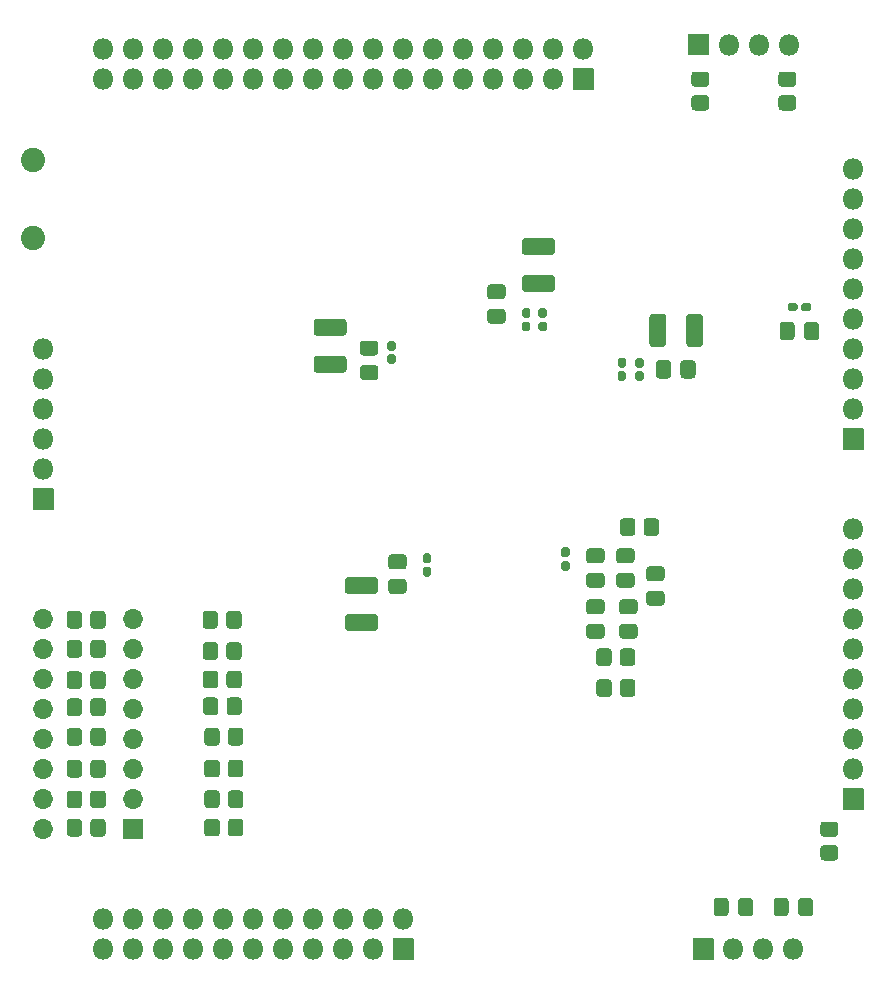
<source format=gbs>
G04 #@! TF.GenerationSoftware,KiCad,Pcbnew,5.1.10-88a1d61d58~88~ubuntu20.04.1*
G04 #@! TF.CreationDate,2021-04-28T19:55:47-05:00*
G04 #@! TF.ProjectId,obi1,6f626931-2e6b-4696-9361-645f70636258,rev?*
G04 #@! TF.SameCoordinates,Original*
G04 #@! TF.FileFunction,Soldermask,Bot*
G04 #@! TF.FilePolarity,Negative*
%FSLAX46Y46*%
G04 Gerber Fmt 4.6, Leading zero omitted, Abs format (unit mm)*
G04 Created by KiCad (PCBNEW 5.1.10-88a1d61d58~88~ubuntu20.04.1) date 2021-04-28 19:55:47*
%MOMM*%
%LPD*%
G01*
G04 APERTURE LIST*
%ADD10C,2.052000*%
%ADD11O,1.802000X1.802000*%
%ADD12O,1.702000X1.702000*%
G04 APERTURE END LIST*
D10*
X121083000Y-72900000D03*
X121083000Y-79500000D03*
G36*
G01*
X149975758Y-112766000D02*
X147712242Y-112766000D01*
G75*
G02*
X147443000Y-112496758I0J269242D01*
G01*
X147443000Y-111608242D01*
G75*
G02*
X147712242Y-111339000I269242J0D01*
G01*
X149975758Y-111339000D01*
G75*
G02*
X150245000Y-111608242I0J-269242D01*
G01*
X150245000Y-112496758D01*
G75*
G02*
X149975758Y-112766000I-269242J0D01*
G01*
G37*
G36*
G01*
X149975758Y-109641000D02*
X147712242Y-109641000D01*
G75*
G02*
X147443000Y-109371758I0J269242D01*
G01*
X147443000Y-108483242D01*
G75*
G02*
X147712242Y-108214000I269242J0D01*
G01*
X149975758Y-108214000D01*
G75*
G02*
X150245000Y-108483242I0J-269242D01*
G01*
X150245000Y-109371758D01*
G75*
G02*
X149975758Y-109641000I-269242J0D01*
G01*
G37*
G36*
G01*
X136851000Y-126540248D02*
X136851000Y-127499752D01*
G75*
G02*
X136579752Y-127771000I-271248J0D01*
G01*
X135820248Y-127771000D01*
G75*
G02*
X135549000Y-127499752I0J271248D01*
G01*
X135549000Y-126540248D01*
G75*
G02*
X135820248Y-126269000I271248J0D01*
G01*
X136579752Y-126269000D01*
G75*
G02*
X136851000Y-126540248I0J-271248D01*
G01*
G37*
G36*
G01*
X138851000Y-126540248D02*
X138851000Y-127499752D01*
G75*
G02*
X138579752Y-127771000I-271248J0D01*
G01*
X137820248Y-127771000D01*
G75*
G02*
X137549000Y-127499752I0J271248D01*
G01*
X137549000Y-126540248D01*
G75*
G02*
X137820248Y-126269000I271248J0D01*
G01*
X138579752Y-126269000D01*
G75*
G02*
X138851000Y-126540248I0J-271248D01*
G01*
G37*
G36*
G01*
X152404298Y-109633500D02*
X151395702Y-109633500D01*
G75*
G02*
X151124000Y-109361798I0J271702D01*
G01*
X151124000Y-108628202D01*
G75*
G02*
X151395702Y-108356500I271702J0D01*
G01*
X152404298Y-108356500D01*
G75*
G02*
X152676000Y-108628202I0J-271702D01*
G01*
X152676000Y-109361798D01*
G75*
G02*
X152404298Y-109633500I-271702J0D01*
G01*
G37*
G36*
G01*
X152404298Y-107558500D02*
X151395702Y-107558500D01*
G75*
G02*
X151124000Y-107286798I0J271702D01*
G01*
X151124000Y-106553202D01*
G75*
G02*
X151395702Y-106281500I271702J0D01*
G01*
X152404298Y-106281500D01*
G75*
G02*
X152676000Y-106553202I0J-271702D01*
G01*
X152676000Y-107286798D01*
G75*
G02*
X152404298Y-107558500I-271702J0D01*
G01*
G37*
D11*
X127000000Y-137160000D03*
X127000000Y-139700000D03*
X129540000Y-137160000D03*
X129540000Y-139700000D03*
X132080000Y-137160000D03*
X132080000Y-139700000D03*
X134620000Y-137160000D03*
X134620000Y-139700000D03*
X137160000Y-137160000D03*
X137160000Y-139700000D03*
X139700000Y-137160000D03*
X139700000Y-139700000D03*
X142240000Y-137160000D03*
X142240000Y-139700000D03*
X144780000Y-137160000D03*
X144780000Y-139700000D03*
X147320000Y-137160000D03*
X147320000Y-139700000D03*
X149860000Y-137160000D03*
X149860000Y-139700000D03*
X152400000Y-137160000D03*
G36*
G01*
X151550000Y-138799000D02*
X153250000Y-138799000D01*
G75*
G02*
X153301000Y-138850000I0J-51000D01*
G01*
X153301000Y-140550000D01*
G75*
G02*
X153250000Y-140601000I-51000J0D01*
G01*
X151550000Y-140601000D01*
G75*
G02*
X151499000Y-140550000I0J51000D01*
G01*
X151499000Y-138850000D01*
G75*
G02*
X151550000Y-138799000I51000J0D01*
G01*
G37*
G36*
G01*
X122821000Y-100750000D02*
X122821000Y-102450000D01*
G75*
G02*
X122770000Y-102501000I-51000J0D01*
G01*
X121070000Y-102501000D01*
G75*
G02*
X121019000Y-102450000I0J51000D01*
G01*
X121019000Y-100750000D01*
G75*
G02*
X121070000Y-100699000I51000J0D01*
G01*
X122770000Y-100699000D01*
G75*
G02*
X122821000Y-100750000I0J-51000D01*
G01*
G37*
X121920000Y-99060000D03*
X121920000Y-96520000D03*
X121920000Y-93980000D03*
X121920000Y-91440000D03*
X121920000Y-88900000D03*
G36*
G01*
X178650000Y-140601000D02*
X176950000Y-140601000D01*
G75*
G02*
X176899000Y-140550000I0J51000D01*
G01*
X176899000Y-138850000D01*
G75*
G02*
X176950000Y-138799000I51000J0D01*
G01*
X178650000Y-138799000D01*
G75*
G02*
X178701000Y-138850000I0J-51000D01*
G01*
X178701000Y-140550000D01*
G75*
G02*
X178650000Y-140601000I-51000J0D01*
G01*
G37*
X180340000Y-139700000D03*
X182880000Y-139700000D03*
X185420000Y-139700000D03*
X185039000Y-63119000D03*
X182499000Y-63119000D03*
X179959000Y-63119000D03*
G36*
G01*
X178269000Y-64020000D02*
X176569000Y-64020000D01*
G75*
G02*
X176518000Y-63969000I0J51000D01*
G01*
X176518000Y-62269000D01*
G75*
G02*
X176569000Y-62218000I51000J0D01*
G01*
X178269000Y-62218000D01*
G75*
G02*
X178320000Y-62269000I0J-51000D01*
G01*
X178320000Y-63969000D01*
G75*
G02*
X178269000Y-64020000I-51000J0D01*
G01*
G37*
X190500000Y-73660000D03*
X190500000Y-76200000D03*
X190500000Y-78740000D03*
X190500000Y-81280000D03*
X190500000Y-83820000D03*
X190500000Y-86360000D03*
X190500000Y-88900000D03*
X190500000Y-91440000D03*
X190500000Y-93980000D03*
G36*
G01*
X191401000Y-95670000D02*
X191401000Y-97370000D01*
G75*
G02*
X191350000Y-97421000I-51000J0D01*
G01*
X189650000Y-97421000D01*
G75*
G02*
X189599000Y-97370000I0J51000D01*
G01*
X189599000Y-95670000D01*
G75*
G02*
X189650000Y-95619000I51000J0D01*
G01*
X191350000Y-95619000D01*
G75*
G02*
X191401000Y-95670000I0J-51000D01*
G01*
G37*
G36*
G01*
X191401000Y-126150000D02*
X191401000Y-127850000D01*
G75*
G02*
X191350000Y-127901000I-51000J0D01*
G01*
X189650000Y-127901000D01*
G75*
G02*
X189599000Y-127850000I0J51000D01*
G01*
X189599000Y-126150000D01*
G75*
G02*
X189650000Y-126099000I51000J0D01*
G01*
X191350000Y-126099000D01*
G75*
G02*
X191401000Y-126150000I0J-51000D01*
G01*
G37*
X190500000Y-124460000D03*
X190500000Y-121920000D03*
X190500000Y-119380000D03*
X190500000Y-116840000D03*
X190500000Y-114300000D03*
X190500000Y-111760000D03*
X190500000Y-109220000D03*
X190500000Y-106680000D03*
X190500000Y-104140000D03*
X127000000Y-63500000D03*
X127000000Y-66040000D03*
X129540000Y-63500000D03*
X129540000Y-66040000D03*
X132080000Y-63500000D03*
X132080000Y-66040000D03*
X134620000Y-63500000D03*
X134620000Y-66040000D03*
X137160000Y-63500000D03*
X137160000Y-66040000D03*
X139700000Y-63500000D03*
X139700000Y-66040000D03*
X142240000Y-63500000D03*
X142240000Y-66040000D03*
X144780000Y-63500000D03*
X144780000Y-66040000D03*
X147320000Y-63500000D03*
X147320000Y-66040000D03*
X149860000Y-63500000D03*
X149860000Y-66040000D03*
X152400000Y-63500000D03*
X152400000Y-66040000D03*
X154940000Y-63500000D03*
X154940000Y-66040000D03*
X157480000Y-63500000D03*
X157480000Y-66040000D03*
X160020000Y-63500000D03*
X160020000Y-66040000D03*
X162560000Y-63500000D03*
X162560000Y-66040000D03*
X165100000Y-63500000D03*
X165100000Y-66040000D03*
X167640000Y-63500000D03*
G36*
G01*
X166790000Y-65139000D02*
X168490000Y-65139000D01*
G75*
G02*
X168541000Y-65190000I0J-51000D01*
G01*
X168541000Y-66890000D01*
G75*
G02*
X168490000Y-66941000I-51000J0D01*
G01*
X166790000Y-66941000D01*
G75*
G02*
X166739000Y-66890000I0J51000D01*
G01*
X166739000Y-65190000D01*
G75*
G02*
X166790000Y-65139000I51000J0D01*
G01*
G37*
G36*
G01*
X130391000Y-128740000D02*
X130391000Y-130340000D01*
G75*
G02*
X130340000Y-130391000I-51000J0D01*
G01*
X128740000Y-130391000D01*
G75*
G02*
X128689000Y-130340000I0J51000D01*
G01*
X128689000Y-128740000D01*
G75*
G02*
X128740000Y-128689000I51000J0D01*
G01*
X130340000Y-128689000D01*
G75*
G02*
X130391000Y-128740000I0J-51000D01*
G01*
G37*
D12*
X121920000Y-111760000D03*
X129540000Y-127000000D03*
X121920000Y-114300000D03*
X129540000Y-124460000D03*
X121920000Y-116840000D03*
X129540000Y-121920000D03*
X121920000Y-119380000D03*
X129540000Y-119380000D03*
X121920000Y-121920000D03*
X129540000Y-116840000D03*
X121920000Y-124460000D03*
X129540000Y-114300000D03*
X121920000Y-127000000D03*
X129540000Y-111760000D03*
X121920000Y-129540000D03*
G36*
G01*
X147331758Y-87771000D02*
X145068242Y-87771000D01*
G75*
G02*
X144799000Y-87501758I0J269242D01*
G01*
X144799000Y-86613242D01*
G75*
G02*
X145068242Y-86344000I269242J0D01*
G01*
X147331758Y-86344000D01*
G75*
G02*
X147601000Y-86613242I0J-269242D01*
G01*
X147601000Y-87501758D01*
G75*
G02*
X147331758Y-87771000I-269242J0D01*
G01*
G37*
G36*
G01*
X147331758Y-90896000D02*
X145068242Y-90896000D01*
G75*
G02*
X144799000Y-90626758I0J269242D01*
G01*
X144799000Y-89738242D01*
G75*
G02*
X145068242Y-89469000I269242J0D01*
G01*
X147331758Y-89469000D01*
G75*
G02*
X147601000Y-89738242I0J-269242D01*
G01*
X147601000Y-90626758D01*
G75*
G02*
X147331758Y-90896000I-269242J0D01*
G01*
G37*
G36*
G01*
X150004298Y-91533500D02*
X148995702Y-91533500D01*
G75*
G02*
X148724000Y-91261798I0J271702D01*
G01*
X148724000Y-90528202D01*
G75*
G02*
X148995702Y-90256500I271702J0D01*
G01*
X150004298Y-90256500D01*
G75*
G02*
X150276000Y-90528202I0J-271702D01*
G01*
X150276000Y-91261798D01*
G75*
G02*
X150004298Y-91533500I-271702J0D01*
G01*
G37*
G36*
G01*
X150004298Y-89458500D02*
X148995702Y-89458500D01*
G75*
G02*
X148724000Y-89186798I0J271702D01*
G01*
X148724000Y-88453202D01*
G75*
G02*
X148995702Y-88181500I271702J0D01*
G01*
X150004298Y-88181500D01*
G75*
G02*
X150276000Y-88453202I0J-271702D01*
G01*
X150276000Y-89186798D01*
G75*
G02*
X150004298Y-89458500I-271702J0D01*
G01*
G37*
G36*
G01*
X151580500Y-90173500D02*
X151219500Y-90173500D01*
G75*
G02*
X151039000Y-89993000I0J180500D01*
G01*
X151039000Y-89517000D01*
G75*
G02*
X151219500Y-89336500I180500J0D01*
G01*
X151580500Y-89336500D01*
G75*
G02*
X151761000Y-89517000I0J-180500D01*
G01*
X151761000Y-89993000D01*
G75*
G02*
X151580500Y-90173500I-180500J0D01*
G01*
G37*
G36*
G01*
X151580500Y-89038500D02*
X151219500Y-89038500D01*
G75*
G02*
X151039000Y-88858000I0J180500D01*
G01*
X151039000Y-88382000D01*
G75*
G02*
X151219500Y-88201500I180500J0D01*
G01*
X151580500Y-88201500D01*
G75*
G02*
X151761000Y-88382000I0J-180500D01*
G01*
X151761000Y-88858000D01*
G75*
G02*
X151580500Y-89038500I-180500J0D01*
G01*
G37*
G36*
G01*
X174651000Y-86188242D02*
X174651000Y-88451758D01*
G75*
G02*
X174381758Y-88721000I-269242J0D01*
G01*
X173493242Y-88721000D01*
G75*
G02*
X173224000Y-88451758I0J269242D01*
G01*
X173224000Y-86188242D01*
G75*
G02*
X173493242Y-85919000I269242J0D01*
G01*
X174381758Y-85919000D01*
G75*
G02*
X174651000Y-86188242I0J-269242D01*
G01*
G37*
G36*
G01*
X177776000Y-86188242D02*
X177776000Y-88451758D01*
G75*
G02*
X177506758Y-88721000I-269242J0D01*
G01*
X176618242Y-88721000D01*
G75*
G02*
X176349000Y-88451758I0J269242D01*
G01*
X176349000Y-86188242D01*
G75*
G02*
X176618242Y-85919000I269242J0D01*
G01*
X177506758Y-85919000D01*
G75*
G02*
X177776000Y-86188242I0J-269242D01*
G01*
G37*
G36*
G01*
X177138500Y-90115702D02*
X177138500Y-91124298D01*
G75*
G02*
X176866798Y-91396000I-271702J0D01*
G01*
X176133202Y-91396000D01*
G75*
G02*
X175861500Y-91124298I0J271702D01*
G01*
X175861500Y-90115702D01*
G75*
G02*
X176133202Y-89844000I271702J0D01*
G01*
X176866798Y-89844000D01*
G75*
G02*
X177138500Y-90115702I0J-271702D01*
G01*
G37*
G36*
G01*
X175063500Y-90115702D02*
X175063500Y-91124298D01*
G75*
G02*
X174791798Y-91396000I-271702J0D01*
G01*
X174058202Y-91396000D01*
G75*
G02*
X173786500Y-91124298I0J271702D01*
G01*
X173786500Y-90115702D01*
G75*
G02*
X174058202Y-89844000I271702J0D01*
G01*
X174791798Y-89844000D01*
G75*
G02*
X175063500Y-90115702I0J-271702D01*
G01*
G37*
G36*
G01*
X172580500Y-90471000D02*
X172219500Y-90471000D01*
G75*
G02*
X172039000Y-90290500I0J180500D01*
G01*
X172039000Y-89814500D01*
G75*
G02*
X172219500Y-89634000I180500J0D01*
G01*
X172580500Y-89634000D01*
G75*
G02*
X172761000Y-89814500I0J-180500D01*
G01*
X172761000Y-90290500D01*
G75*
G02*
X172580500Y-90471000I-180500J0D01*
G01*
G37*
G36*
G01*
X172580500Y-91606000D02*
X172219500Y-91606000D01*
G75*
G02*
X172039000Y-91425500I0J180500D01*
G01*
X172039000Y-90949500D01*
G75*
G02*
X172219500Y-90769000I180500J0D01*
G01*
X172580500Y-90769000D01*
G75*
G02*
X172761000Y-90949500I0J-180500D01*
G01*
X172761000Y-91425500D01*
G75*
G02*
X172580500Y-91606000I-180500J0D01*
G01*
G37*
G36*
G01*
X171080500Y-91606000D02*
X170719500Y-91606000D01*
G75*
G02*
X170539000Y-91425500I0J180500D01*
G01*
X170539000Y-90949500D01*
G75*
G02*
X170719500Y-90769000I180500J0D01*
G01*
X171080500Y-90769000D01*
G75*
G02*
X171261000Y-90949500I0J-180500D01*
G01*
X171261000Y-91425500D01*
G75*
G02*
X171080500Y-91606000I-180500J0D01*
G01*
G37*
G36*
G01*
X171080500Y-90471000D02*
X170719500Y-90471000D01*
G75*
G02*
X170539000Y-90290500I0J180500D01*
G01*
X170539000Y-89814500D01*
G75*
G02*
X170719500Y-89634000I180500J0D01*
G01*
X171080500Y-89634000D01*
G75*
G02*
X171261000Y-89814500I0J-180500D01*
G01*
X171261000Y-90290500D01*
G75*
G02*
X171080500Y-90471000I-180500J0D01*
G01*
G37*
G36*
G01*
X154580500Y-108173500D02*
X154219500Y-108173500D01*
G75*
G02*
X154039000Y-107993000I0J180500D01*
G01*
X154039000Y-107517000D01*
G75*
G02*
X154219500Y-107336500I180500J0D01*
G01*
X154580500Y-107336500D01*
G75*
G02*
X154761000Y-107517000I0J-180500D01*
G01*
X154761000Y-107993000D01*
G75*
G02*
X154580500Y-108173500I-180500J0D01*
G01*
G37*
G36*
G01*
X154580500Y-107038500D02*
X154219500Y-107038500D01*
G75*
G02*
X154039000Y-106858000I0J180500D01*
G01*
X154039000Y-106382000D01*
G75*
G02*
X154219500Y-106201500I180500J0D01*
G01*
X154580500Y-106201500D01*
G75*
G02*
X154761000Y-106382000I0J-180500D01*
G01*
X154761000Y-106858000D01*
G75*
G02*
X154580500Y-107038500I-180500J0D01*
G01*
G37*
G36*
G01*
X162698242Y-79512000D02*
X164961758Y-79512000D01*
G75*
G02*
X165231000Y-79781242I0J-269242D01*
G01*
X165231000Y-80669758D01*
G75*
G02*
X164961758Y-80939000I-269242J0D01*
G01*
X162698242Y-80939000D01*
G75*
G02*
X162429000Y-80669758I0J269242D01*
G01*
X162429000Y-79781242D01*
G75*
G02*
X162698242Y-79512000I269242J0D01*
G01*
G37*
G36*
G01*
X162698242Y-82637000D02*
X164961758Y-82637000D01*
G75*
G02*
X165231000Y-82906242I0J-269242D01*
G01*
X165231000Y-83794758D01*
G75*
G02*
X164961758Y-84064000I-269242J0D01*
G01*
X162698242Y-84064000D01*
G75*
G02*
X162429000Y-83794758I0J269242D01*
G01*
X162429000Y-82906242D01*
G75*
G02*
X162698242Y-82637000I269242J0D01*
G01*
G37*
G36*
G01*
X159769702Y-83414000D02*
X160778298Y-83414000D01*
G75*
G02*
X161050000Y-83685702I0J-271702D01*
G01*
X161050000Y-84419298D01*
G75*
G02*
X160778298Y-84691000I-271702J0D01*
G01*
X159769702Y-84691000D01*
G75*
G02*
X159498000Y-84419298I0J271702D01*
G01*
X159498000Y-83685702D01*
G75*
G02*
X159769702Y-83414000I271702J0D01*
G01*
G37*
G36*
G01*
X159769702Y-85489000D02*
X160778298Y-85489000D01*
G75*
G02*
X161050000Y-85760702I0J-271702D01*
G01*
X161050000Y-86494298D01*
G75*
G02*
X160778298Y-86766000I-271702J0D01*
G01*
X159769702Y-86766000D01*
G75*
G02*
X159498000Y-86494298I0J271702D01*
G01*
X159498000Y-85760702D01*
G75*
G02*
X159769702Y-85489000I271702J0D01*
G01*
G37*
G36*
G01*
X162619500Y-86569000D02*
X162980500Y-86569000D01*
G75*
G02*
X163161000Y-86749500I0J-180500D01*
G01*
X163161000Y-87225500D01*
G75*
G02*
X162980500Y-87406000I-180500J0D01*
G01*
X162619500Y-87406000D01*
G75*
G02*
X162439000Y-87225500I0J180500D01*
G01*
X162439000Y-86749500D01*
G75*
G02*
X162619500Y-86569000I180500J0D01*
G01*
G37*
G36*
G01*
X162619500Y-85434000D02*
X162980500Y-85434000D01*
G75*
G02*
X163161000Y-85614500I0J-180500D01*
G01*
X163161000Y-86090500D01*
G75*
G02*
X162980500Y-86271000I-180500J0D01*
G01*
X162619500Y-86271000D01*
G75*
G02*
X162439000Y-86090500I0J180500D01*
G01*
X162439000Y-85614500D01*
G75*
G02*
X162619500Y-85434000I180500J0D01*
G01*
G37*
G36*
G01*
X164019500Y-85434000D02*
X164380500Y-85434000D01*
G75*
G02*
X164561000Y-85614500I0J-180500D01*
G01*
X164561000Y-86090500D01*
G75*
G02*
X164380500Y-86271000I-180500J0D01*
G01*
X164019500Y-86271000D01*
G75*
G02*
X163839000Y-86090500I0J180500D01*
G01*
X163839000Y-85614500D01*
G75*
G02*
X164019500Y-85434000I180500J0D01*
G01*
G37*
G36*
G01*
X164019500Y-86569000D02*
X164380500Y-86569000D01*
G75*
G02*
X164561000Y-86749500I0J-180500D01*
G01*
X164561000Y-87225500D01*
G75*
G02*
X164380500Y-87406000I-180500J0D01*
G01*
X164019500Y-87406000D01*
G75*
G02*
X163839000Y-87225500I0J180500D01*
G01*
X163839000Y-86749500D01*
G75*
G02*
X164019500Y-86569000I180500J0D01*
G01*
G37*
G36*
G01*
X166296500Y-106531000D02*
X165935500Y-106531000D01*
G75*
G02*
X165755000Y-106350500I0J180500D01*
G01*
X165755000Y-105874500D01*
G75*
G02*
X165935500Y-105694000I180500J0D01*
G01*
X166296500Y-105694000D01*
G75*
G02*
X166477000Y-105874500I0J-180500D01*
G01*
X166477000Y-106350500D01*
G75*
G02*
X166296500Y-106531000I-180500J0D01*
G01*
G37*
G36*
G01*
X166296500Y-107666000D02*
X165935500Y-107666000D01*
G75*
G02*
X165755000Y-107485500I0J180500D01*
G01*
X165755000Y-107009500D01*
G75*
G02*
X165935500Y-106829000I180500J0D01*
G01*
X166296500Y-106829000D01*
G75*
G02*
X166477000Y-107009500I0J-180500D01*
G01*
X166477000Y-107485500D01*
G75*
G02*
X166296500Y-107666000I-180500J0D01*
G01*
G37*
G36*
G01*
X169160298Y-107043000D02*
X168151702Y-107043000D01*
G75*
G02*
X167880000Y-106771298I0J271702D01*
G01*
X167880000Y-106037702D01*
G75*
G02*
X168151702Y-105766000I271702J0D01*
G01*
X169160298Y-105766000D01*
G75*
G02*
X169432000Y-106037702I0J-271702D01*
G01*
X169432000Y-106771298D01*
G75*
G02*
X169160298Y-107043000I-271702J0D01*
G01*
G37*
G36*
G01*
X169160298Y-109118000D02*
X168151702Y-109118000D01*
G75*
G02*
X167880000Y-108846298I0J271702D01*
G01*
X167880000Y-108112702D01*
G75*
G02*
X168151702Y-107841000I271702J0D01*
G01*
X169160298Y-107841000D01*
G75*
G02*
X169432000Y-108112702I0J-271702D01*
G01*
X169432000Y-108846298D01*
G75*
G02*
X169160298Y-109118000I-271702J0D01*
G01*
G37*
G36*
G01*
X171700298Y-109118000D02*
X170691702Y-109118000D01*
G75*
G02*
X170420000Y-108846298I0J271702D01*
G01*
X170420000Y-108112702D01*
G75*
G02*
X170691702Y-107841000I271702J0D01*
G01*
X171700298Y-107841000D01*
G75*
G02*
X171972000Y-108112702I0J-271702D01*
G01*
X171972000Y-108846298D01*
G75*
G02*
X171700298Y-109118000I-271702J0D01*
G01*
G37*
G36*
G01*
X171700298Y-107043000D02*
X170691702Y-107043000D01*
G75*
G02*
X170420000Y-106771298I0J271702D01*
G01*
X170420000Y-106037702D01*
G75*
G02*
X170691702Y-105766000I271702J0D01*
G01*
X171700298Y-105766000D01*
G75*
G02*
X171972000Y-106037702I0J-271702D01*
G01*
X171972000Y-106771298D01*
G75*
G02*
X171700298Y-107043000I-271702J0D01*
G01*
G37*
G36*
G01*
X174240298Y-108567000D02*
X173231702Y-108567000D01*
G75*
G02*
X172960000Y-108295298I0J271702D01*
G01*
X172960000Y-107561702D01*
G75*
G02*
X173231702Y-107290000I271702J0D01*
G01*
X174240298Y-107290000D01*
G75*
G02*
X174512000Y-107561702I0J-271702D01*
G01*
X174512000Y-108295298D01*
G75*
G02*
X174240298Y-108567000I-271702J0D01*
G01*
G37*
G36*
G01*
X174240298Y-110642000D02*
X173231702Y-110642000D01*
G75*
G02*
X172960000Y-110370298I0J271702D01*
G01*
X172960000Y-109636702D01*
G75*
G02*
X173231702Y-109365000I271702J0D01*
G01*
X174240298Y-109365000D01*
G75*
G02*
X174512000Y-109636702I0J-271702D01*
G01*
X174512000Y-110370298D01*
G75*
G02*
X174240298Y-110642000I-271702J0D01*
G01*
G37*
G36*
G01*
X170945702Y-110084000D02*
X171954298Y-110084000D01*
G75*
G02*
X172226000Y-110355702I0J-271702D01*
G01*
X172226000Y-111089298D01*
G75*
G02*
X171954298Y-111361000I-271702J0D01*
G01*
X170945702Y-111361000D01*
G75*
G02*
X170674000Y-111089298I0J271702D01*
G01*
X170674000Y-110355702D01*
G75*
G02*
X170945702Y-110084000I271702J0D01*
G01*
G37*
G36*
G01*
X170945702Y-112159000D02*
X171954298Y-112159000D01*
G75*
G02*
X172226000Y-112430702I0J-271702D01*
G01*
X172226000Y-113164298D01*
G75*
G02*
X171954298Y-113436000I-271702J0D01*
G01*
X170945702Y-113436000D01*
G75*
G02*
X170674000Y-113164298I0J271702D01*
G01*
X170674000Y-112430702D01*
G75*
G02*
X170945702Y-112159000I271702J0D01*
G01*
G37*
G36*
G01*
X168151702Y-112159000D02*
X169160298Y-112159000D01*
G75*
G02*
X169432000Y-112430702I0J-271702D01*
G01*
X169432000Y-113164298D01*
G75*
G02*
X169160298Y-113436000I-271702J0D01*
G01*
X168151702Y-113436000D01*
G75*
G02*
X167880000Y-113164298I0J271702D01*
G01*
X167880000Y-112430702D01*
G75*
G02*
X168151702Y-112159000I271702J0D01*
G01*
G37*
G36*
G01*
X168151702Y-110084000D02*
X169160298Y-110084000D01*
G75*
G02*
X169432000Y-110355702I0J-271702D01*
G01*
X169432000Y-111089298D01*
G75*
G02*
X169160298Y-111361000I-271702J0D01*
G01*
X168151702Y-111361000D01*
G75*
G02*
X167880000Y-111089298I0J271702D01*
G01*
X167880000Y-110355702D01*
G75*
G02*
X168151702Y-110084000I271702J0D01*
G01*
G37*
G36*
G01*
X182016000Y-135639702D02*
X182016000Y-136648298D01*
G75*
G02*
X181744298Y-136920000I-271702J0D01*
G01*
X181010702Y-136920000D01*
G75*
G02*
X180739000Y-136648298I0J271702D01*
G01*
X180739000Y-135639702D01*
G75*
G02*
X181010702Y-135368000I271702J0D01*
G01*
X181744298Y-135368000D01*
G75*
G02*
X182016000Y-135639702I0J-271702D01*
G01*
G37*
G36*
G01*
X179941000Y-135639702D02*
X179941000Y-136648298D01*
G75*
G02*
X179669298Y-136920000I-271702J0D01*
G01*
X178935702Y-136920000D01*
G75*
G02*
X178664000Y-136648298I0J271702D01*
G01*
X178664000Y-135639702D01*
G75*
G02*
X178935702Y-135368000I271702J0D01*
G01*
X179669298Y-135368000D01*
G75*
G02*
X179941000Y-135639702I0J-271702D01*
G01*
G37*
G36*
G01*
X185819000Y-136648298D02*
X185819000Y-135639702D01*
G75*
G02*
X186090702Y-135368000I271702J0D01*
G01*
X186824298Y-135368000D01*
G75*
G02*
X187096000Y-135639702I0J-271702D01*
G01*
X187096000Y-136648298D01*
G75*
G02*
X186824298Y-136920000I-271702J0D01*
G01*
X186090702Y-136920000D01*
G75*
G02*
X185819000Y-136648298I0J271702D01*
G01*
G37*
G36*
G01*
X183744000Y-136648298D02*
X183744000Y-135639702D01*
G75*
G02*
X184015702Y-135368000I271702J0D01*
G01*
X184749298Y-135368000D01*
G75*
G02*
X185021000Y-135639702I0J-271702D01*
G01*
X185021000Y-136648298D01*
G75*
G02*
X184749298Y-136920000I-271702J0D01*
G01*
X184015702Y-136920000D01*
G75*
G02*
X183744000Y-136648298I0J271702D01*
G01*
G37*
G36*
G01*
X186327000Y-87880298D02*
X186327000Y-86871702D01*
G75*
G02*
X186598702Y-86600000I271702J0D01*
G01*
X187332298Y-86600000D01*
G75*
G02*
X187604000Y-86871702I0J-271702D01*
G01*
X187604000Y-87880298D01*
G75*
G02*
X187332298Y-88152000I-271702J0D01*
G01*
X186598702Y-88152000D01*
G75*
G02*
X186327000Y-87880298I0J271702D01*
G01*
G37*
G36*
G01*
X184252000Y-87880298D02*
X184252000Y-86871702D01*
G75*
G02*
X184523702Y-86600000I271702J0D01*
G01*
X185257298Y-86600000D01*
G75*
G02*
X185529000Y-86871702I0J-271702D01*
G01*
X185529000Y-87880298D01*
G75*
G02*
X185257298Y-88152000I-271702J0D01*
G01*
X184523702Y-88152000D01*
G75*
G02*
X184252000Y-87880298I0J271702D01*
G01*
G37*
G36*
G01*
X184942000Y-85524500D02*
X184942000Y-85163500D01*
G75*
G02*
X185122500Y-84983000I180500J0D01*
G01*
X185598500Y-84983000D01*
G75*
G02*
X185779000Y-85163500I0J-180500D01*
G01*
X185779000Y-85524500D01*
G75*
G02*
X185598500Y-85705000I-180500J0D01*
G01*
X185122500Y-85705000D01*
G75*
G02*
X184942000Y-85524500I0J180500D01*
G01*
G37*
G36*
G01*
X186077000Y-85524500D02*
X186077000Y-85163500D01*
G75*
G02*
X186257500Y-84983000I180500J0D01*
G01*
X186733500Y-84983000D01*
G75*
G02*
X186914000Y-85163500I0J-180500D01*
G01*
X186914000Y-85524500D01*
G75*
G02*
X186733500Y-85705000I-180500J0D01*
G01*
X186257500Y-85705000D01*
G75*
G02*
X186077000Y-85524500I0J180500D01*
G01*
G37*
G36*
G01*
X168728500Y-115471752D02*
X168728500Y-114512248D01*
G75*
G02*
X168999748Y-114241000I271248J0D01*
G01*
X169759252Y-114241000D01*
G75*
G02*
X170030500Y-114512248I0J-271248D01*
G01*
X170030500Y-115471752D01*
G75*
G02*
X169759252Y-115743000I-271248J0D01*
G01*
X168999748Y-115743000D01*
G75*
G02*
X168728500Y-115471752I0J271248D01*
G01*
G37*
G36*
G01*
X170728500Y-115471752D02*
X170728500Y-114512248D01*
G75*
G02*
X170999748Y-114241000I271248J0D01*
G01*
X171759252Y-114241000D01*
G75*
G02*
X172030500Y-114512248I0J-271248D01*
G01*
X172030500Y-115471752D01*
G75*
G02*
X171759252Y-115743000I-271248J0D01*
G01*
X170999748Y-115743000D01*
G75*
G02*
X170728500Y-115471752I0J271248D01*
G01*
G37*
G36*
G01*
X168751000Y-118081752D02*
X168751000Y-117122248D01*
G75*
G02*
X169022248Y-116851000I271248J0D01*
G01*
X169781752Y-116851000D01*
G75*
G02*
X170053000Y-117122248I0J-271248D01*
G01*
X170053000Y-118081752D01*
G75*
G02*
X169781752Y-118353000I-271248J0D01*
G01*
X169022248Y-118353000D01*
G75*
G02*
X168751000Y-118081752I0J271248D01*
G01*
G37*
G36*
G01*
X170751000Y-118081752D02*
X170751000Y-117122248D01*
G75*
G02*
X171022248Y-116851000I271248J0D01*
G01*
X171781752Y-116851000D01*
G75*
G02*
X172053000Y-117122248I0J-271248D01*
G01*
X172053000Y-118081752D01*
G75*
G02*
X171781752Y-118353000I-271248J0D01*
G01*
X171022248Y-118353000D01*
G75*
G02*
X170751000Y-118081752I0J271248D01*
G01*
G37*
G36*
G01*
X172051000Y-103500248D02*
X172051000Y-104459752D01*
G75*
G02*
X171779752Y-104731000I-271248J0D01*
G01*
X171020248Y-104731000D01*
G75*
G02*
X170749000Y-104459752I0J271248D01*
G01*
X170749000Y-103500248D01*
G75*
G02*
X171020248Y-103229000I271248J0D01*
G01*
X171779752Y-103229000D01*
G75*
G02*
X172051000Y-103500248I0J-271248D01*
G01*
G37*
G36*
G01*
X174051000Y-103500248D02*
X174051000Y-104459752D01*
G75*
G02*
X173779752Y-104731000I-271248J0D01*
G01*
X173020248Y-104731000D01*
G75*
G02*
X172749000Y-104459752I0J271248D01*
G01*
X172749000Y-103500248D01*
G75*
G02*
X173020248Y-103229000I271248J0D01*
G01*
X173779752Y-103229000D01*
G75*
G02*
X174051000Y-103500248I0J-271248D01*
G01*
G37*
G36*
G01*
X188947752Y-132207000D02*
X187988248Y-132207000D01*
G75*
G02*
X187717000Y-131935752I0J271248D01*
G01*
X187717000Y-131176248D01*
G75*
G02*
X187988248Y-130905000I271248J0D01*
G01*
X188947752Y-130905000D01*
G75*
G02*
X189219000Y-131176248I0J-271248D01*
G01*
X189219000Y-131935752D01*
G75*
G02*
X188947752Y-132207000I-271248J0D01*
G01*
G37*
G36*
G01*
X188947752Y-130207000D02*
X187988248Y-130207000D01*
G75*
G02*
X187717000Y-129935752I0J271248D01*
G01*
X187717000Y-129176248D01*
G75*
G02*
X187988248Y-128905000I271248J0D01*
G01*
X188947752Y-128905000D01*
G75*
G02*
X189219000Y-129176248I0J-271248D01*
G01*
X189219000Y-129935752D01*
G75*
G02*
X188947752Y-130207000I-271248J0D01*
G01*
G37*
G36*
G01*
X177066248Y-67405000D02*
X178025752Y-67405000D01*
G75*
G02*
X178297000Y-67676248I0J-271248D01*
G01*
X178297000Y-68435752D01*
G75*
G02*
X178025752Y-68707000I-271248J0D01*
G01*
X177066248Y-68707000D01*
G75*
G02*
X176795000Y-68435752I0J271248D01*
G01*
X176795000Y-67676248D01*
G75*
G02*
X177066248Y-67405000I271248J0D01*
G01*
G37*
G36*
G01*
X177066248Y-65405000D02*
X178025752Y-65405000D01*
G75*
G02*
X178297000Y-65676248I0J-271248D01*
G01*
X178297000Y-66435752D01*
G75*
G02*
X178025752Y-66707000I-271248J0D01*
G01*
X177066248Y-66707000D01*
G75*
G02*
X176795000Y-66435752I0J271248D01*
G01*
X176795000Y-65676248D01*
G75*
G02*
X177066248Y-65405000I271248J0D01*
G01*
G37*
G36*
G01*
X184432248Y-67405000D02*
X185391752Y-67405000D01*
G75*
G02*
X185663000Y-67676248I0J-271248D01*
G01*
X185663000Y-68435752D01*
G75*
G02*
X185391752Y-68707000I-271248J0D01*
G01*
X184432248Y-68707000D01*
G75*
G02*
X184161000Y-68435752I0J271248D01*
G01*
X184161000Y-67676248D01*
G75*
G02*
X184432248Y-67405000I271248J0D01*
G01*
G37*
G36*
G01*
X184432248Y-65405000D02*
X185391752Y-65405000D01*
G75*
G02*
X185663000Y-65676248I0J-271248D01*
G01*
X185663000Y-66435752D01*
G75*
G02*
X185391752Y-66707000I-271248J0D01*
G01*
X184432248Y-66707000D01*
G75*
G02*
X184161000Y-66435752I0J271248D01*
G01*
X184161000Y-65676248D01*
G75*
G02*
X184432248Y-65405000I271248J0D01*
G01*
G37*
G36*
G01*
X125198580Y-128952848D02*
X125198580Y-129912352D01*
G75*
G02*
X124927332Y-130183600I-271248J0D01*
G01*
X124167828Y-130183600D01*
G75*
G02*
X123896580Y-129912352I0J271248D01*
G01*
X123896580Y-128952848D01*
G75*
G02*
X124167828Y-128681600I271248J0D01*
G01*
X124927332Y-128681600D01*
G75*
G02*
X125198580Y-128952848I0J-271248D01*
G01*
G37*
G36*
G01*
X127198580Y-128952848D02*
X127198580Y-129912352D01*
G75*
G02*
X126927332Y-130183600I-271248J0D01*
G01*
X126167828Y-130183600D01*
G75*
G02*
X125896580Y-129912352I0J271248D01*
G01*
X125896580Y-128952848D01*
G75*
G02*
X126167828Y-128681600I271248J0D01*
G01*
X126927332Y-128681600D01*
G75*
G02*
X127198580Y-128952848I0J-271248D01*
G01*
G37*
G36*
G01*
X127198580Y-126552848D02*
X127198580Y-127512352D01*
G75*
G02*
X126927332Y-127783600I-271248J0D01*
G01*
X126167828Y-127783600D01*
G75*
G02*
X125896580Y-127512352I0J271248D01*
G01*
X125896580Y-126552848D01*
G75*
G02*
X126167828Y-126281600I271248J0D01*
G01*
X126927332Y-126281600D01*
G75*
G02*
X127198580Y-126552848I0J-271248D01*
G01*
G37*
G36*
G01*
X125198580Y-126552848D02*
X125198580Y-127512352D01*
G75*
G02*
X124927332Y-127783600I-271248J0D01*
G01*
X124167828Y-127783600D01*
G75*
G02*
X123896580Y-127512352I0J271248D01*
G01*
X123896580Y-126552848D01*
G75*
G02*
X124167828Y-126281600I271248J0D01*
G01*
X124927332Y-126281600D01*
G75*
G02*
X125198580Y-126552848I0J-271248D01*
G01*
G37*
G36*
G01*
X125198580Y-123952848D02*
X125198580Y-124912352D01*
G75*
G02*
X124927332Y-125183600I-271248J0D01*
G01*
X124167828Y-125183600D01*
G75*
G02*
X123896580Y-124912352I0J271248D01*
G01*
X123896580Y-123952848D01*
G75*
G02*
X124167828Y-123681600I271248J0D01*
G01*
X124927332Y-123681600D01*
G75*
G02*
X125198580Y-123952848I0J-271248D01*
G01*
G37*
G36*
G01*
X127198580Y-123952848D02*
X127198580Y-124912352D01*
G75*
G02*
X126927332Y-125183600I-271248J0D01*
G01*
X126167828Y-125183600D01*
G75*
G02*
X125896580Y-124912352I0J271248D01*
G01*
X125896580Y-123952848D01*
G75*
G02*
X126167828Y-123681600I271248J0D01*
G01*
X126927332Y-123681600D01*
G75*
G02*
X127198580Y-123952848I0J-271248D01*
G01*
G37*
G36*
G01*
X127198580Y-121252848D02*
X127198580Y-122212352D01*
G75*
G02*
X126927332Y-122483600I-271248J0D01*
G01*
X126167828Y-122483600D01*
G75*
G02*
X125896580Y-122212352I0J271248D01*
G01*
X125896580Y-121252848D01*
G75*
G02*
X126167828Y-120981600I271248J0D01*
G01*
X126927332Y-120981600D01*
G75*
G02*
X127198580Y-121252848I0J-271248D01*
G01*
G37*
G36*
G01*
X125198580Y-121252848D02*
X125198580Y-122212352D01*
G75*
G02*
X124927332Y-122483600I-271248J0D01*
G01*
X124167828Y-122483600D01*
G75*
G02*
X123896580Y-122212352I0J271248D01*
G01*
X123896580Y-121252848D01*
G75*
G02*
X124167828Y-120981600I271248J0D01*
G01*
X124927332Y-120981600D01*
G75*
G02*
X125198580Y-121252848I0J-271248D01*
G01*
G37*
G36*
G01*
X125198580Y-118752848D02*
X125198580Y-119712352D01*
G75*
G02*
X124927332Y-119983600I-271248J0D01*
G01*
X124167828Y-119983600D01*
G75*
G02*
X123896580Y-119712352I0J271248D01*
G01*
X123896580Y-118752848D01*
G75*
G02*
X124167828Y-118481600I271248J0D01*
G01*
X124927332Y-118481600D01*
G75*
G02*
X125198580Y-118752848I0J-271248D01*
G01*
G37*
G36*
G01*
X127198580Y-118752848D02*
X127198580Y-119712352D01*
G75*
G02*
X126927332Y-119983600I-271248J0D01*
G01*
X126167828Y-119983600D01*
G75*
G02*
X125896580Y-119712352I0J271248D01*
G01*
X125896580Y-118752848D01*
G75*
G02*
X126167828Y-118481600I271248J0D01*
G01*
X126927332Y-118481600D01*
G75*
G02*
X127198580Y-118752848I0J-271248D01*
G01*
G37*
G36*
G01*
X127198580Y-116452848D02*
X127198580Y-117412352D01*
G75*
G02*
X126927332Y-117683600I-271248J0D01*
G01*
X126167828Y-117683600D01*
G75*
G02*
X125896580Y-117412352I0J271248D01*
G01*
X125896580Y-116452848D01*
G75*
G02*
X126167828Y-116181600I271248J0D01*
G01*
X126927332Y-116181600D01*
G75*
G02*
X127198580Y-116452848I0J-271248D01*
G01*
G37*
G36*
G01*
X125198580Y-116452848D02*
X125198580Y-117412352D01*
G75*
G02*
X124927332Y-117683600I-271248J0D01*
G01*
X124167828Y-117683600D01*
G75*
G02*
X123896580Y-117412352I0J271248D01*
G01*
X123896580Y-116452848D01*
G75*
G02*
X124167828Y-116181600I271248J0D01*
G01*
X124927332Y-116181600D01*
G75*
G02*
X125198580Y-116452848I0J-271248D01*
G01*
G37*
G36*
G01*
X125198580Y-113802848D02*
X125198580Y-114762352D01*
G75*
G02*
X124927332Y-115033600I-271248J0D01*
G01*
X124167828Y-115033600D01*
G75*
G02*
X123896580Y-114762352I0J271248D01*
G01*
X123896580Y-113802848D01*
G75*
G02*
X124167828Y-113531600I271248J0D01*
G01*
X124927332Y-113531600D01*
G75*
G02*
X125198580Y-113802848I0J-271248D01*
G01*
G37*
G36*
G01*
X127198580Y-113802848D02*
X127198580Y-114762352D01*
G75*
G02*
X126927332Y-115033600I-271248J0D01*
G01*
X126167828Y-115033600D01*
G75*
G02*
X125896580Y-114762352I0J271248D01*
G01*
X125896580Y-113802848D01*
G75*
G02*
X126167828Y-113531600I271248J0D01*
G01*
X126927332Y-113531600D01*
G75*
G02*
X127198580Y-113802848I0J-271248D01*
G01*
G37*
G36*
G01*
X125201000Y-111340248D02*
X125201000Y-112299752D01*
G75*
G02*
X124929752Y-112571000I-271248J0D01*
G01*
X124170248Y-112571000D01*
G75*
G02*
X123899000Y-112299752I0J271248D01*
G01*
X123899000Y-111340248D01*
G75*
G02*
X124170248Y-111069000I271248J0D01*
G01*
X124929752Y-111069000D01*
G75*
G02*
X125201000Y-111340248I0J-271248D01*
G01*
G37*
G36*
G01*
X127201000Y-111340248D02*
X127201000Y-112299752D01*
G75*
G02*
X126929752Y-112571000I-271248J0D01*
G01*
X126170248Y-112571000D01*
G75*
G02*
X125899000Y-112299752I0J271248D01*
G01*
X125899000Y-111340248D01*
G75*
G02*
X126170248Y-111069000I271248J0D01*
G01*
X126929752Y-111069000D01*
G75*
G02*
X127201000Y-111340248I0J-271248D01*
G01*
G37*
G36*
G01*
X138851000Y-128940248D02*
X138851000Y-129899752D01*
G75*
G02*
X138579752Y-130171000I-271248J0D01*
G01*
X137820248Y-130171000D01*
G75*
G02*
X137549000Y-129899752I0J271248D01*
G01*
X137549000Y-128940248D01*
G75*
G02*
X137820248Y-128669000I271248J0D01*
G01*
X138579752Y-128669000D01*
G75*
G02*
X138851000Y-128940248I0J-271248D01*
G01*
G37*
G36*
G01*
X136851000Y-128940248D02*
X136851000Y-129899752D01*
G75*
G02*
X136579752Y-130171000I-271248J0D01*
G01*
X135820248Y-130171000D01*
G75*
G02*
X135549000Y-129899752I0J271248D01*
G01*
X135549000Y-128940248D01*
G75*
G02*
X135820248Y-128669000I271248J0D01*
G01*
X136579752Y-128669000D01*
G75*
G02*
X136851000Y-128940248I0J-271248D01*
G01*
G37*
G36*
G01*
X138851000Y-123940248D02*
X138851000Y-124899752D01*
G75*
G02*
X138579752Y-125171000I-271248J0D01*
G01*
X137820248Y-125171000D01*
G75*
G02*
X137549000Y-124899752I0J271248D01*
G01*
X137549000Y-123940248D01*
G75*
G02*
X137820248Y-123669000I271248J0D01*
G01*
X138579752Y-123669000D01*
G75*
G02*
X138851000Y-123940248I0J-271248D01*
G01*
G37*
G36*
G01*
X136851000Y-123940248D02*
X136851000Y-124899752D01*
G75*
G02*
X136579752Y-125171000I-271248J0D01*
G01*
X135820248Y-125171000D01*
G75*
G02*
X135549000Y-124899752I0J271248D01*
G01*
X135549000Y-123940248D01*
G75*
G02*
X135820248Y-123669000I271248J0D01*
G01*
X136579752Y-123669000D01*
G75*
G02*
X136851000Y-123940248I0J-271248D01*
G01*
G37*
G36*
G01*
X136851000Y-121240248D02*
X136851000Y-122199752D01*
G75*
G02*
X136579752Y-122471000I-271248J0D01*
G01*
X135820248Y-122471000D01*
G75*
G02*
X135549000Y-122199752I0J271248D01*
G01*
X135549000Y-121240248D01*
G75*
G02*
X135820248Y-120969000I271248J0D01*
G01*
X136579752Y-120969000D01*
G75*
G02*
X136851000Y-121240248I0J-271248D01*
G01*
G37*
G36*
G01*
X138851000Y-121240248D02*
X138851000Y-122199752D01*
G75*
G02*
X138579752Y-122471000I-271248J0D01*
G01*
X137820248Y-122471000D01*
G75*
G02*
X137549000Y-122199752I0J271248D01*
G01*
X137549000Y-121240248D01*
G75*
G02*
X137820248Y-120969000I271248J0D01*
G01*
X138579752Y-120969000D01*
G75*
G02*
X138851000Y-121240248I0J-271248D01*
G01*
G37*
G36*
G01*
X138737640Y-118670368D02*
X138737640Y-119629872D01*
G75*
G02*
X138466392Y-119901120I-271248J0D01*
G01*
X137706888Y-119901120D01*
G75*
G02*
X137435640Y-119629872I0J271248D01*
G01*
X137435640Y-118670368D01*
G75*
G02*
X137706888Y-118399120I271248J0D01*
G01*
X138466392Y-118399120D01*
G75*
G02*
X138737640Y-118670368I0J-271248D01*
G01*
G37*
G36*
G01*
X136737640Y-118670368D02*
X136737640Y-119629872D01*
G75*
G02*
X136466392Y-119901120I-271248J0D01*
G01*
X135706888Y-119901120D01*
G75*
G02*
X135435640Y-119629872I0J271248D01*
G01*
X135435640Y-118670368D01*
G75*
G02*
X135706888Y-118399120I271248J0D01*
G01*
X136466392Y-118399120D01*
G75*
G02*
X136737640Y-118670368I0J-271248D01*
G01*
G37*
G36*
G01*
X136727640Y-116400368D02*
X136727640Y-117359872D01*
G75*
G02*
X136456392Y-117631120I-271248J0D01*
G01*
X135696888Y-117631120D01*
G75*
G02*
X135425640Y-117359872I0J271248D01*
G01*
X135425640Y-116400368D01*
G75*
G02*
X135696888Y-116129120I271248J0D01*
G01*
X136456392Y-116129120D01*
G75*
G02*
X136727640Y-116400368I0J-271248D01*
G01*
G37*
G36*
G01*
X138727640Y-116400368D02*
X138727640Y-117359872D01*
G75*
G02*
X138456392Y-117631120I-271248J0D01*
G01*
X137696888Y-117631120D01*
G75*
G02*
X137425640Y-117359872I0J271248D01*
G01*
X137425640Y-116400368D01*
G75*
G02*
X137696888Y-116129120I271248J0D01*
G01*
X138456392Y-116129120D01*
G75*
G02*
X138727640Y-116400368I0J-271248D01*
G01*
G37*
G36*
G01*
X138717640Y-113990368D02*
X138717640Y-114949872D01*
G75*
G02*
X138446392Y-115221120I-271248J0D01*
G01*
X137686888Y-115221120D01*
G75*
G02*
X137415640Y-114949872I0J271248D01*
G01*
X137415640Y-113990368D01*
G75*
G02*
X137686888Y-113719120I271248J0D01*
G01*
X138446392Y-113719120D01*
G75*
G02*
X138717640Y-113990368I0J-271248D01*
G01*
G37*
G36*
G01*
X136717640Y-113990368D02*
X136717640Y-114949872D01*
G75*
G02*
X136446392Y-115221120I-271248J0D01*
G01*
X135686888Y-115221120D01*
G75*
G02*
X135415640Y-114949872I0J271248D01*
G01*
X135415640Y-113990368D01*
G75*
G02*
X135686888Y-113719120I271248J0D01*
G01*
X136446392Y-113719120D01*
G75*
G02*
X136717640Y-113990368I0J-271248D01*
G01*
G37*
G36*
G01*
X138701000Y-111340248D02*
X138701000Y-112299752D01*
G75*
G02*
X138429752Y-112571000I-271248J0D01*
G01*
X137670248Y-112571000D01*
G75*
G02*
X137399000Y-112299752I0J271248D01*
G01*
X137399000Y-111340248D01*
G75*
G02*
X137670248Y-111069000I271248J0D01*
G01*
X138429752Y-111069000D01*
G75*
G02*
X138701000Y-111340248I0J-271248D01*
G01*
G37*
G36*
G01*
X136701000Y-111340248D02*
X136701000Y-112299752D01*
G75*
G02*
X136429752Y-112571000I-271248J0D01*
G01*
X135670248Y-112571000D01*
G75*
G02*
X135399000Y-112299752I0J271248D01*
G01*
X135399000Y-111340248D01*
G75*
G02*
X135670248Y-111069000I271248J0D01*
G01*
X136429752Y-111069000D01*
G75*
G02*
X136701000Y-111340248I0J-271248D01*
G01*
G37*
M02*

</source>
